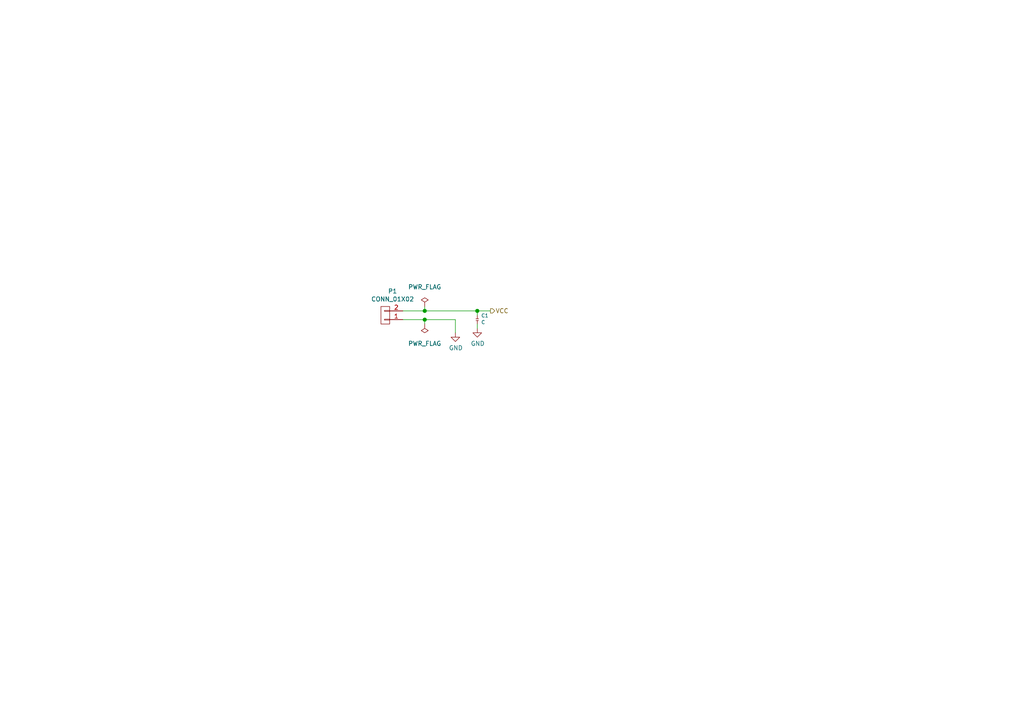
<source format=kicad_sch>
(kicad_sch (version 20231120) (generator "eeschema") (generator_version "8.0")
  (paper "A4")
  (lib_symbols
    (symbol "fail-project-rescue:C-passive" (pin_numbers hide) (pin_names (offset 1.016) hide)
      (property "Reference" "C" (at 0 1.27 0))
      (property "Value" "C-passive" (at 0 -1.27 0))
      (symbol "C-passive_0_1"
        (polyline (pts (xy -0.635 0) (xy -1.27 0)))
        (polyline (pts (xy -0.635 0) (xy -0.381 0)))
        (polyline (pts (xy -0.254 0.381) (xy -0.254 -0.381)))
        (polyline (pts (xy 0.254 0.381) (xy 0.254 -0.381)))
        (polyline (pts (xy 0.635 0) (xy 0.254 0)))
        (polyline (pts (xy 1.27 0) (xy 0.635 0)))
      )
      (symbol "C-passive_1_1"
        (pin passive line (at -1.27 0 0) (length 0) (name "1") (number "1"))
        (pin passive line (at 1.27 0 0) (length 0) (name "2") (number "2"))
      )
    )
    (symbol "fail-project-rescue:CONN_01X02-conn" (pin_names (offset 1.016) hide)
      (property "Reference" "P" (at 0 3.81 0))
      (property "Value" "CONN_01X02-conn" (at 2.54 0 90))
      (symbol "CONN_01X02-conn_0_1"
        (rectangle (start -1.27 -1.143) (end 0.254 -1.397))
        (rectangle (start -1.27 1.397) (end 0.254 1.143))
        (rectangle (start -1.27 2.54) (end 1.27 -2.54))
      )
      (symbol "CONN_01X02-conn_1_1"
        (pin passive line (at -5.08 1.27 0) (length 3.81) (name "P1") (number "1"))
        (pin passive line (at -5.08 -1.27 0) (length 3.81) (name "P2") (number "2"))
      )
    )
    (symbol "power:GND" (power) (pin_names (offset 0))
      (property "Value" "GND" (at 0 -3.81 0))
      (symbol "GND_0_1"
        (polyline (pts (xy 0 0) (xy 0 -1.27) (xy 1.27 -1.27) (xy 0 -2.54) (xy -1.27 -1.27) (xy 0 -1.27)))
      )
      (symbol "GND_1_1"
        (pin power_in line (at 0 0 270) (length 0) hide (name "GND") (number "1"))
      )
    )
    (symbol "power:PWR_FLAG" (power) (pin_numbers hide) (pin_names (offset 0) hide)
      (property "Value" "PWR_FLAG" (at 0 3.81 0))
      (symbol "PWR_FLAG_0_0"
        (pin power_out line (at 0 0 90) (length 0) (name "pwr") (number "1"))
      )
      (symbol "PWR_FLAG_0_1"
        (polyline (pts (xy 0 0) (xy 0 1.27) (xy -1.016 1.905) (xy 0 2.54) (xy 1.016 1.905) (xy 0 1.27)))
      )
    )
  )
  (junction (at 123.19 90.17) (diameter 1.016))
  (junction (at 138.43 90.17) (diameter 1.016))
  (junction (at 123.19 92.71) (diameter 1.016))
  (wire (pts (xy 123.19 90.17) (xy 138.43 90.17)))
  (wire (pts (xy 116.84 90.17) (xy 123.19 90.17)))
  (wire (pts (xy 138.43 90.17) (xy 142.24 90.17)))
  (wire (pts (xy 123.19 90.17) (xy 123.19 88.9)))
  (wire (pts (xy 123.19 93.98) (xy 123.19 92.71)))
  (wire (pts (xy 132.08 92.71) (xy 132.08 96.52)))
  (wire (pts (xy 116.84 92.71) (xy 123.19 92.71)))
  (wire (pts (xy 138.43 91.44) (xy 138.43 90.17)))
  (wire (pts (xy 138.43 95.25) (xy 138.43 93.98)))
  (wire (pts (xy 123.19 92.71) (xy 132.08 92.71)))
  (hierarchical_label "VCC" (shape output) (at 142.24 90.17 0))
  (symbol (lib_id "fail-project-rescue:CONN_01X02-conn") (at 111.76 91.44 180) (unit 1)
    (property "Reference" "P1" (at 113.8682 84.455 0))
    (property "Value" "CONN_01X02" (at 113.8682 86.7664 0))
    (property "Footprint" "Connector_JST:JST_JWPF_B02B-JWPF-SK-R_1x02_P2.00mm_Vertical" (effects (hide yes)))
  )
  (symbol (lib_id "power:PWR_FLAG") (at 123.19 88.9 0) (unit 1)
    (property "Reference" "#FLG01" (effects (hide yes)))
    (property "Value" "PWR_FLAG" (at 123.19 83.2358 0))
  )
  (symbol (lib_id "power:PWR_FLAG") (at 123.19 93.98 180) (unit 1)
    (property "Reference" "#FLG02" (effects (hide yes)))
    (property "Value" "PWR_FLAG" (at 123.19 99.6442 0))
  )
  (symbol (lib_id "power:GND") (at 132.08 96.52 0) (unit 1)
    (property "Reference" "#PWR01" (effects (hide yes)))
    (property "Value" "GND" (at 132.207 100.9142 0))
  )
  (symbol (lib_id "fail-project-rescue:C-passive") (at 138.43 92.71 270) (unit 1)
    (property "Reference" "C1" (at 139.5476 91.5416 90) (effects (font (size 1.016 1.016)) (justify left)))
    (property "Value" "C" (at 139.5476 93.472 90) (effects (font (size 1.016 1.016)) (justify left)))
    (property "Footprint" "Capacitor_SMD:C_0402_1005Metric" (effects (hide yes)))
  )
  (symbol (lib_id "power:GND") (at 138.43 95.25 0) (unit 1)
    (property "Reference" "#PWR02" (effects (hide yes)))
    (property "Value" "GND" (at 138.557 99.6442 0))
  )
)
</source>
